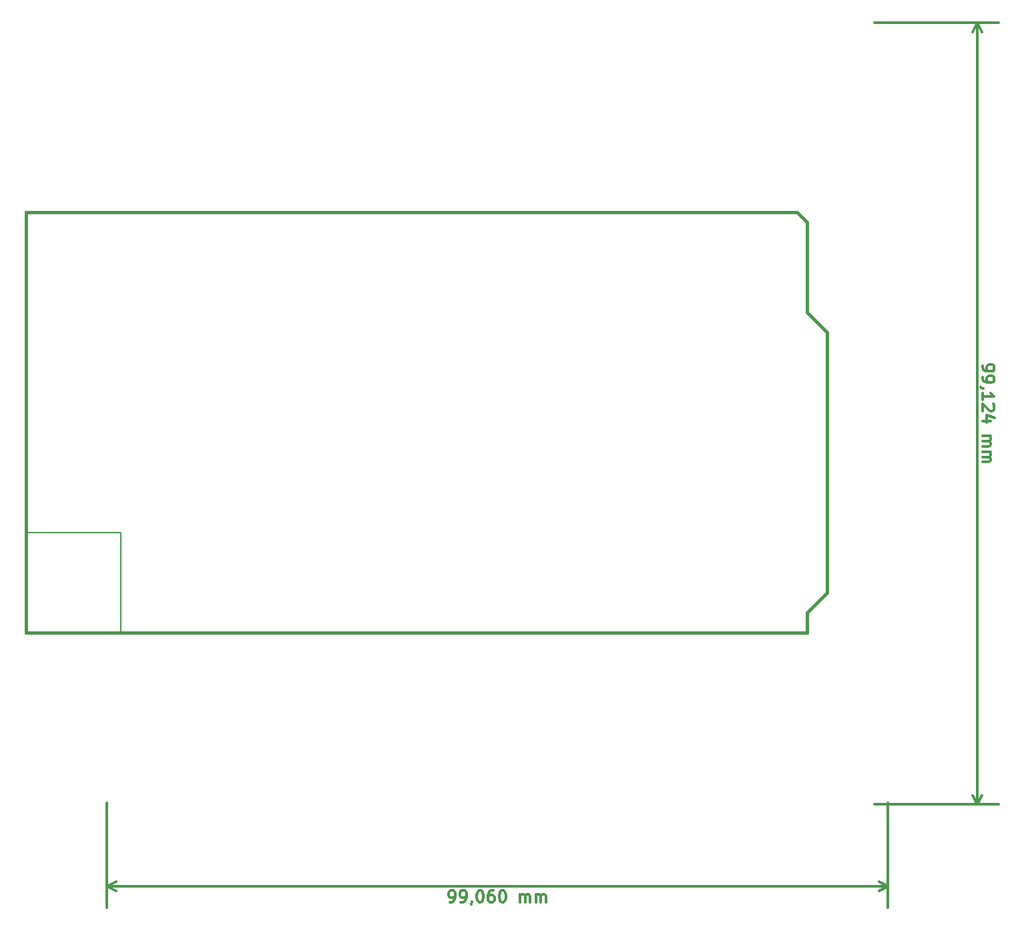
<source format=gbr>
G04 #@! TF.FileFunction,Other,Comment*
%FSLAX46Y46*%
G04 Gerber Fmt 4.6, Leading zero omitted, Abs format (unit mm)*
G04 Created by KiCad (PCBNEW (2014-12-08 BZR 5317)-product) date mar. 23 déc. 2014 08:50:27 CET*
%MOMM*%
G01*
G04 APERTURE LIST*
%ADD10C,0.150000*%
%ADD11C,0.300000*%
%ADD12C,0.127000*%
%ADD13C,0.381000*%
G04 APERTURE END LIST*
D10*
D11*
X157885572Y-144713070D02*
X158171287Y-144713070D01*
X158314144Y-144641642D01*
X158385572Y-144570213D01*
X158528430Y-144355928D01*
X158599858Y-144070213D01*
X158599858Y-143498785D01*
X158528430Y-143355928D01*
X158457001Y-143284499D01*
X158314144Y-143213070D01*
X158028430Y-143213070D01*
X157885572Y-143284499D01*
X157814144Y-143355928D01*
X157742715Y-143498785D01*
X157742715Y-143855928D01*
X157814144Y-143998785D01*
X157885572Y-144070213D01*
X158028430Y-144141642D01*
X158314144Y-144141642D01*
X158457001Y-144070213D01*
X158528430Y-143998785D01*
X158599858Y-143855928D01*
X159314143Y-144713070D02*
X159599858Y-144713070D01*
X159742715Y-144641642D01*
X159814143Y-144570213D01*
X159957001Y-144355928D01*
X160028429Y-144070213D01*
X160028429Y-143498785D01*
X159957001Y-143355928D01*
X159885572Y-143284499D01*
X159742715Y-143213070D01*
X159457001Y-143213070D01*
X159314143Y-143284499D01*
X159242715Y-143355928D01*
X159171286Y-143498785D01*
X159171286Y-143855928D01*
X159242715Y-143998785D01*
X159314143Y-144070213D01*
X159457001Y-144141642D01*
X159742715Y-144141642D01*
X159885572Y-144070213D01*
X159957001Y-143998785D01*
X160028429Y-143855928D01*
X160742714Y-144641642D02*
X160742714Y-144713070D01*
X160671286Y-144855928D01*
X160599857Y-144927356D01*
X161671286Y-143213070D02*
X161814143Y-143213070D01*
X161957000Y-143284499D01*
X162028429Y-143355928D01*
X162099858Y-143498785D01*
X162171286Y-143784499D01*
X162171286Y-144141642D01*
X162099858Y-144427356D01*
X162028429Y-144570213D01*
X161957000Y-144641642D01*
X161814143Y-144713070D01*
X161671286Y-144713070D01*
X161528429Y-144641642D01*
X161457000Y-144570213D01*
X161385572Y-144427356D01*
X161314143Y-144141642D01*
X161314143Y-143784499D01*
X161385572Y-143498785D01*
X161457000Y-143355928D01*
X161528429Y-143284499D01*
X161671286Y-143213070D01*
X163457000Y-143213070D02*
X163171286Y-143213070D01*
X163028429Y-143284499D01*
X162957000Y-143355928D01*
X162814143Y-143570213D01*
X162742714Y-143855928D01*
X162742714Y-144427356D01*
X162814143Y-144570213D01*
X162885571Y-144641642D01*
X163028429Y-144713070D01*
X163314143Y-144713070D01*
X163457000Y-144641642D01*
X163528429Y-144570213D01*
X163599857Y-144427356D01*
X163599857Y-144070213D01*
X163528429Y-143927356D01*
X163457000Y-143855928D01*
X163314143Y-143784499D01*
X163028429Y-143784499D01*
X162885571Y-143855928D01*
X162814143Y-143927356D01*
X162742714Y-144070213D01*
X164528428Y-143213070D02*
X164671285Y-143213070D01*
X164814142Y-143284499D01*
X164885571Y-143355928D01*
X164957000Y-143498785D01*
X165028428Y-143784499D01*
X165028428Y-144141642D01*
X164957000Y-144427356D01*
X164885571Y-144570213D01*
X164814142Y-144641642D01*
X164671285Y-144713070D01*
X164528428Y-144713070D01*
X164385571Y-144641642D01*
X164314142Y-144570213D01*
X164242714Y-144427356D01*
X164171285Y-144141642D01*
X164171285Y-143784499D01*
X164242714Y-143498785D01*
X164314142Y-143355928D01*
X164385571Y-143284499D01*
X164528428Y-143213070D01*
X166814142Y-144713070D02*
X166814142Y-143713070D01*
X166814142Y-143855928D02*
X166885570Y-143784499D01*
X167028428Y-143713070D01*
X167242713Y-143713070D01*
X167385570Y-143784499D01*
X167456999Y-143927356D01*
X167456999Y-144713070D01*
X167456999Y-143927356D02*
X167528428Y-143784499D01*
X167671285Y-143713070D01*
X167885570Y-143713070D01*
X168028428Y-143784499D01*
X168099856Y-143927356D01*
X168099856Y-144713070D01*
X168814142Y-144713070D02*
X168814142Y-143713070D01*
X168814142Y-143855928D02*
X168885570Y-143784499D01*
X169028428Y-143713070D01*
X169242713Y-143713070D01*
X169385570Y-143784499D01*
X169456999Y-143927356D01*
X169456999Y-144713070D01*
X169456999Y-143927356D02*
X169528428Y-143784499D01*
X169671285Y-143713070D01*
X169885570Y-143713070D01*
X170028428Y-143784499D01*
X170099856Y-143927356D01*
X170099856Y-144713070D01*
X114427000Y-142684499D02*
X213487000Y-142684499D01*
X114427000Y-132080000D02*
X114427000Y-145384499D01*
X213487000Y-132080000D02*
X213487000Y-145384499D01*
X213487000Y-142684499D02*
X212360496Y-143270920D01*
X213487000Y-142684499D02*
X212360496Y-142098078D01*
X114427000Y-142684499D02*
X115553504Y-143270920D01*
X114427000Y-142684499D02*
X115553504Y-142098078D01*
X225461429Y-76637322D02*
X225461429Y-76923037D01*
X225532857Y-77065894D01*
X225604286Y-77137322D01*
X225818571Y-77280180D01*
X226104286Y-77351608D01*
X226675714Y-77351608D01*
X226818571Y-77280180D01*
X226890000Y-77208751D01*
X226961429Y-77065894D01*
X226961429Y-76780180D01*
X226890000Y-76637322D01*
X226818571Y-76565894D01*
X226675714Y-76494465D01*
X226318571Y-76494465D01*
X226175714Y-76565894D01*
X226104286Y-76637322D01*
X226032857Y-76780180D01*
X226032857Y-77065894D01*
X226104286Y-77208751D01*
X226175714Y-77280180D01*
X226318571Y-77351608D01*
X225461429Y-78065893D02*
X225461429Y-78351608D01*
X225532857Y-78494465D01*
X225604286Y-78565893D01*
X225818571Y-78708751D01*
X226104286Y-78780179D01*
X226675714Y-78780179D01*
X226818571Y-78708751D01*
X226890000Y-78637322D01*
X226961429Y-78494465D01*
X226961429Y-78208751D01*
X226890000Y-78065893D01*
X226818571Y-77994465D01*
X226675714Y-77923036D01*
X226318571Y-77923036D01*
X226175714Y-77994465D01*
X226104286Y-78065893D01*
X226032857Y-78208751D01*
X226032857Y-78494465D01*
X226104286Y-78637322D01*
X226175714Y-78708751D01*
X226318571Y-78780179D01*
X225532857Y-79494464D02*
X225461429Y-79494464D01*
X225318571Y-79423036D01*
X225247143Y-79351607D01*
X225461429Y-80923036D02*
X225461429Y-80065893D01*
X225461429Y-80494465D02*
X226961429Y-80494465D01*
X226747143Y-80351608D01*
X226604286Y-80208750D01*
X226532857Y-80065893D01*
X226818571Y-81494464D02*
X226890000Y-81565893D01*
X226961429Y-81708750D01*
X226961429Y-82065893D01*
X226890000Y-82208750D01*
X226818571Y-82280179D01*
X226675714Y-82351607D01*
X226532857Y-82351607D01*
X226318571Y-82280179D01*
X225461429Y-81423036D01*
X225461429Y-82351607D01*
X226461429Y-83637321D02*
X225461429Y-83637321D01*
X227032857Y-83280178D02*
X225961429Y-82923035D01*
X225961429Y-83851607D01*
X225461429Y-85565892D02*
X226461429Y-85565892D01*
X226318571Y-85565892D02*
X226390000Y-85637320D01*
X226461429Y-85780178D01*
X226461429Y-85994463D01*
X226390000Y-86137320D01*
X226247143Y-86208749D01*
X225461429Y-86208749D01*
X226247143Y-86208749D02*
X226390000Y-86280178D01*
X226461429Y-86423035D01*
X226461429Y-86637320D01*
X226390000Y-86780178D01*
X226247143Y-86851606D01*
X225461429Y-86851606D01*
X225461429Y-87565892D02*
X226461429Y-87565892D01*
X226318571Y-87565892D02*
X226390000Y-87637320D01*
X226461429Y-87780178D01*
X226461429Y-87994463D01*
X226390000Y-88137320D01*
X226247143Y-88208749D01*
X225461429Y-88208749D01*
X226247143Y-88208749D02*
X226390000Y-88280178D01*
X226461429Y-88423035D01*
X226461429Y-88637320D01*
X226390000Y-88780178D01*
X226247143Y-88851606D01*
X225461429Y-88851606D01*
X224790000Y-33147000D02*
X224790000Y-132270500D01*
X211772500Y-33147000D02*
X227490000Y-33147000D01*
X211772500Y-132270500D02*
X227490000Y-132270500D01*
X224790000Y-132270500D02*
X224203579Y-131143996D01*
X224790000Y-132270500D02*
X225376421Y-131143996D01*
X224790000Y-33147000D02*
X224203579Y-34273504D01*
X224790000Y-33147000D02*
X225376421Y-34273504D01*
D12*
X104140000Y-97790000D02*
X116205000Y-97790000D01*
X116205000Y-97790000D02*
X116205000Y-110490000D01*
D13*
X203200000Y-110490000D02*
X104140000Y-110490000D01*
X201930000Y-57150000D02*
X104140000Y-57150000D01*
X203200000Y-69850000D02*
X203200000Y-58420000D01*
X203200000Y-58420000D02*
X201930000Y-57150000D01*
X104140000Y-110490000D02*
X104140000Y-57150000D01*
X203200000Y-69850000D02*
X205740000Y-72390000D01*
X205740000Y-72390000D02*
X205740000Y-105410000D01*
X205740000Y-105410000D02*
X203200000Y-107950000D01*
X203200000Y-107950000D02*
X203200000Y-110490000D01*
M02*

</source>
